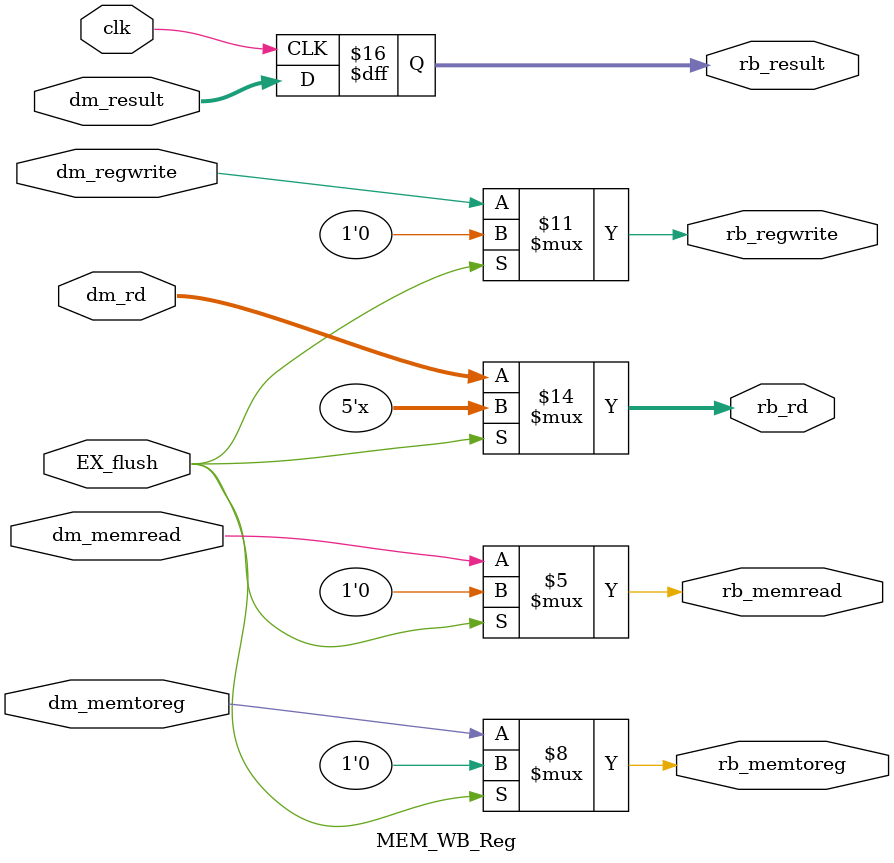
<source format=v>
module MEM_WB_Reg#(parameter d_size=32,ad_size=32)(
  //extra signals to be transfered
  input clk,
  input  dm_regwrite,dm_memtoreg,
  input [d_size-1:0] dm_result,
  input dm_memread,
  input EX_flush,
  input [4:0] dm_rd,
  
  output reg [d_size-1:0] rb_result,
  output reg rb_regwrite,rb_memtoreg,rb_memread,
  output reg [4:0] rb_rd
);
  //excessive transfering of signals  as data from behnid ends here but from here new data starts
  always@*
    begin
      // Hazard control - in case of branch/jump hazards, reset WB, MEM and EX control signals to 0 
        // leave the addr, data and reg content unchanged
      if (EX_flush == 1)
        begin
            rb_regwrite <= 1'b0;
            rb_memtoreg <= 1'b0;
            rb_memread <= 1'b0;
        end
      else
        begin
            //signals
           rb_regwrite <= dm_regwrite;
           rb_memtoreg <= dm_memtoreg;
           rb_memread <= dm_memread;

           //data
           rb_rd=dm_rd;
        end
    end
  always@(posedge clk)
    begin
           rb_result = dm_result;
    end
endmodule

</source>
